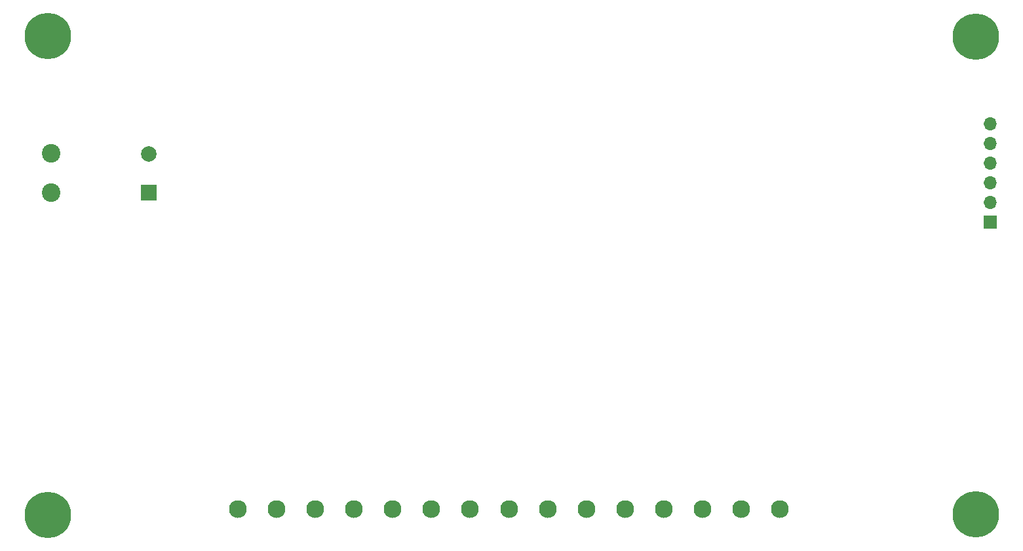
<source format=gbr>
%TF.GenerationSoftware,KiCad,Pcbnew,7.0.9*%
%TF.CreationDate,2023-12-31T09:39:46+02:00*%
%TF.ProjectId,RainMaker,5261696e-4d61-46b6-9572-2e6b69636164,rev?*%
%TF.SameCoordinates,Original*%
%TF.FileFunction,Soldermask,Bot*%
%TF.FilePolarity,Negative*%
%FSLAX46Y46*%
G04 Gerber Fmt 4.6, Leading zero omitted, Abs format (unit mm)*
G04 Created by KiCad (PCBNEW 7.0.9) date 2023-12-31 09:39:46*
%MOMM*%
%LPD*%
G01*
G04 APERTURE LIST*
%ADD10C,6.000000*%
%ADD11C,2.300000*%
%ADD12C,2.000000*%
%ADD13R,2.000000X2.000000*%
%ADD14C,2.400000*%
%ADD15R,1.700000X1.700000*%
%ADD16O,1.700000X1.700000*%
G04 APERTURE END LIST*
D10*
%TO.C,REF\u002A\u002A*%
X55000000Y-116850000D03*
%TD*%
D11*
%TO.C,J3*%
X79600000Y-116150000D03*
X84600000Y-116150000D03*
X89600000Y-116150000D03*
X94600000Y-116150000D03*
X99600000Y-116150000D03*
X104600000Y-116150000D03*
X109600000Y-116150000D03*
X114600000Y-116150000D03*
X119600000Y-116150000D03*
X124600000Y-116150000D03*
X129600000Y-116150000D03*
X134600000Y-116150000D03*
X139600000Y-116150000D03*
X144600000Y-116150000D03*
X149600000Y-116150000D03*
%TD*%
D10*
%TO.C,REF\u002A\u002A*%
X174900000Y-116800000D03*
%TD*%
D12*
%TO.C,C1*%
X68050000Y-70200000D03*
D13*
X68050000Y-75200000D03*
%TD*%
D14*
%TO.C,J1*%
X55450000Y-70160000D03*
X55450000Y-75240000D03*
%TD*%
D15*
%TO.C,J2*%
X176800000Y-79040000D03*
D16*
X176800000Y-76500000D03*
X176800000Y-73960000D03*
X176800000Y-71420000D03*
X176800000Y-68880000D03*
X176800000Y-66340000D03*
%TD*%
D10*
%TO.C,REF\u002A\u002A*%
X174900000Y-55050000D03*
%TD*%
%TO.C,REF\u002A\u002A*%
X55050000Y-55000000D03*
%TD*%
M02*

</source>
